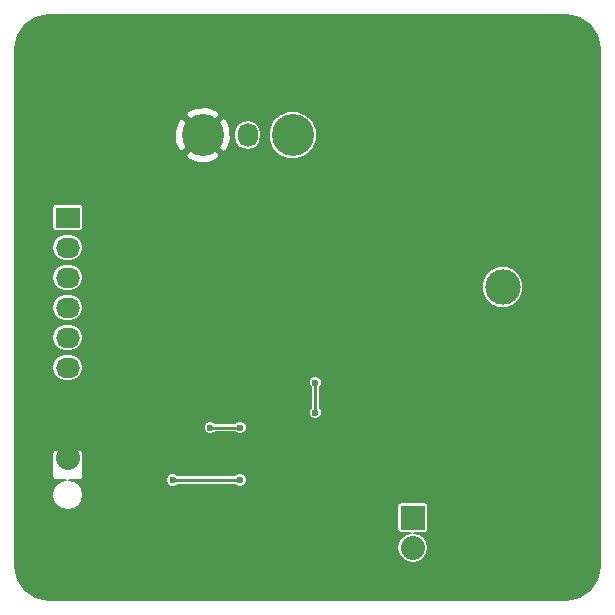
<source format=gbl>
G04 #@! TF.FileFunction,Copper,L2,Bot,Signal*
%FSLAX46Y46*%
G04 Gerber Fmt 4.6, Leading zero omitted, Abs format (unit mm)*
G04 Created by KiCad (PCBNEW 4.0.5+dfsg1-4) date Tue Apr 10 17:10:47 2018*
%MOMM*%
%LPD*%
G01*
G04 APERTURE LIST*
%ADD10C,0.100000*%
%ADD11R,2.032000X2.032000*%
%ADD12O,2.032000X2.032000*%
%ADD13R,2.032000X1.727200*%
%ADD14O,2.032000X1.727200*%
%ADD15C,3.556000*%
%ADD16C,3.000000*%
%ADD17O,1.727200X2.032000*%
%ADD18C,0.600000*%
%ADD19C,0.250000*%
%ADD20C,0.127000*%
G04 APERTURE END LIST*
D10*
D11*
X59690000Y-64770000D03*
D12*
X59690000Y-67310000D03*
D11*
X88900000Y-97790000D03*
D12*
X88900000Y-100330000D03*
D11*
X59690000Y-90170000D03*
D12*
X59690000Y-92710000D03*
D13*
X59690000Y-72390000D03*
D14*
X59690000Y-74930000D03*
X59690000Y-77470000D03*
X59690000Y-80010000D03*
X59690000Y-82550000D03*
X59690000Y-85090000D03*
D15*
X59000000Y-101000000D03*
X101000000Y-59000000D03*
X59000000Y-59000000D03*
X101000000Y-101000000D03*
D16*
X96520000Y-78280000D03*
D15*
X78740000Y-65405000D03*
D17*
X74930000Y-65405000D03*
D15*
X71120000Y-65405000D03*
D18*
X74295000Y-90170000D03*
X71755000Y-90170000D03*
X80645000Y-88900000D03*
X80645000Y-86360000D03*
X74295000Y-94615000D03*
X68580000Y-94615000D03*
D19*
X71755000Y-90170000D02*
X74295000Y-90170000D01*
X80645000Y-86360000D02*
X80645000Y-88900000D01*
X68580000Y-94615000D02*
X74295000Y-94615000D01*
D20*
G36*
X103044458Y-55478457D02*
X103929905Y-56070095D01*
X104521543Y-56955542D01*
X104734500Y-58026148D01*
X104734500Y-101973852D01*
X104521543Y-103044458D01*
X103929905Y-103929905D01*
X103044458Y-104521543D01*
X101973848Y-104734500D01*
X58026148Y-104734500D01*
X56955542Y-104521543D01*
X56070095Y-103929905D01*
X55478457Y-103044458D01*
X55265500Y-101973848D01*
X55265500Y-100330000D01*
X87595433Y-100330000D01*
X87692829Y-100819643D01*
X87970190Y-101234743D01*
X88385290Y-101512104D01*
X88874933Y-101609500D01*
X88925067Y-101609500D01*
X89414710Y-101512104D01*
X89829810Y-101234743D01*
X90107171Y-100819643D01*
X90204567Y-100330000D01*
X90107171Y-99840357D01*
X89829810Y-99425257D01*
X89414710Y-99147896D01*
X89046538Y-99074662D01*
X89916000Y-99074662D01*
X90013647Y-99056288D01*
X90103330Y-98998579D01*
X90163495Y-98910525D01*
X90184662Y-98806000D01*
X90184662Y-96774000D01*
X90166288Y-96676353D01*
X90108579Y-96586670D01*
X90020525Y-96526505D01*
X89916000Y-96505338D01*
X87884000Y-96505338D01*
X87786353Y-96523712D01*
X87696670Y-96581421D01*
X87636505Y-96669475D01*
X87615338Y-96774000D01*
X87615338Y-98806000D01*
X87633712Y-98903647D01*
X87691421Y-98993330D01*
X87779475Y-99053495D01*
X87884000Y-99074662D01*
X88753462Y-99074662D01*
X88385290Y-99147896D01*
X87970190Y-99425257D01*
X87692829Y-99840357D01*
X87595433Y-100330000D01*
X55265500Y-100330000D01*
X55265500Y-95885000D01*
X58385433Y-95885000D01*
X58482829Y-96374643D01*
X58760190Y-96789743D01*
X59175290Y-97067104D01*
X59664933Y-97164500D01*
X59715067Y-97164500D01*
X60204710Y-97067104D01*
X60619810Y-96789743D01*
X60897171Y-96374643D01*
X60994567Y-95885000D01*
X60897171Y-95395357D01*
X60619810Y-94980257D01*
X60240179Y-94726595D01*
X68016402Y-94726595D01*
X68102009Y-94933780D01*
X68260386Y-95092434D01*
X68467421Y-95178402D01*
X68691595Y-95178598D01*
X68898780Y-95092991D01*
X68988428Y-95003500D01*
X73886607Y-95003500D01*
X73975386Y-95092434D01*
X74182421Y-95178402D01*
X74406595Y-95178598D01*
X74613780Y-95092991D01*
X74772434Y-94934614D01*
X74858402Y-94727579D01*
X74858598Y-94503405D01*
X74772991Y-94296220D01*
X74614614Y-94137566D01*
X74407579Y-94051598D01*
X74183405Y-94051402D01*
X73976220Y-94137009D01*
X73886572Y-94226500D01*
X68988393Y-94226500D01*
X68899614Y-94137566D01*
X68692579Y-94051598D01*
X68468405Y-94051402D01*
X68261220Y-94137009D01*
X68102566Y-94295386D01*
X68016598Y-94502421D01*
X68016402Y-94726595D01*
X60240179Y-94726595D01*
X60204710Y-94702896D01*
X59836538Y-94629662D01*
X60706000Y-94629662D01*
X60803647Y-94611288D01*
X60893330Y-94553579D01*
X60953495Y-94465525D01*
X60974662Y-94361000D01*
X60974662Y-92329000D01*
X60956288Y-92231353D01*
X60898579Y-92141670D01*
X60810525Y-92081505D01*
X60706000Y-92060338D01*
X58674000Y-92060338D01*
X58576353Y-92078712D01*
X58486670Y-92136421D01*
X58426505Y-92224475D01*
X58405338Y-92329000D01*
X58405338Y-94361000D01*
X58423712Y-94458647D01*
X58481421Y-94548330D01*
X58569475Y-94608495D01*
X58674000Y-94629662D01*
X59543462Y-94629662D01*
X59175290Y-94702896D01*
X58760190Y-94980257D01*
X58482829Y-95395357D01*
X58385433Y-95885000D01*
X55265500Y-95885000D01*
X55265500Y-90281595D01*
X71191402Y-90281595D01*
X71277009Y-90488780D01*
X71435386Y-90647434D01*
X71642421Y-90733402D01*
X71866595Y-90733598D01*
X72073780Y-90647991D01*
X72163428Y-90558500D01*
X73886607Y-90558500D01*
X73975386Y-90647434D01*
X74182421Y-90733402D01*
X74406595Y-90733598D01*
X74613780Y-90647991D01*
X74772434Y-90489614D01*
X74858402Y-90282579D01*
X74858598Y-90058405D01*
X74772991Y-89851220D01*
X74614614Y-89692566D01*
X74407579Y-89606598D01*
X74183405Y-89606402D01*
X73976220Y-89692009D01*
X73886572Y-89781500D01*
X72163393Y-89781500D01*
X72074614Y-89692566D01*
X71867579Y-89606598D01*
X71643405Y-89606402D01*
X71436220Y-89692009D01*
X71277566Y-89850386D01*
X71191598Y-90057421D01*
X71191402Y-90281595D01*
X55265500Y-90281595D01*
X55265500Y-86471595D01*
X80081402Y-86471595D01*
X80167009Y-86678780D01*
X80256500Y-86768428D01*
X80256500Y-88491607D01*
X80167566Y-88580386D01*
X80081598Y-88787421D01*
X80081402Y-89011595D01*
X80167009Y-89218780D01*
X80325386Y-89377434D01*
X80532421Y-89463402D01*
X80756595Y-89463598D01*
X80963780Y-89377991D01*
X81122434Y-89219614D01*
X81208402Y-89012579D01*
X81208598Y-88788405D01*
X81122991Y-88581220D01*
X81033500Y-88491572D01*
X81033500Y-86768393D01*
X81122434Y-86679614D01*
X81208402Y-86472579D01*
X81208598Y-86248405D01*
X81122991Y-86041220D01*
X80964614Y-85882566D01*
X80757579Y-85796598D01*
X80533405Y-85796402D01*
X80326220Y-85882009D01*
X80167566Y-86040386D01*
X80081598Y-86247421D01*
X80081402Y-86471595D01*
X55265500Y-86471595D01*
X55265500Y-85090000D01*
X58385433Y-85090000D01*
X58471228Y-85521322D01*
X58715553Y-85886980D01*
X59081211Y-86131305D01*
X59512533Y-86217100D01*
X59867467Y-86217100D01*
X60298789Y-86131305D01*
X60664447Y-85886980D01*
X60908772Y-85521322D01*
X60994567Y-85090000D01*
X60908772Y-84658678D01*
X60664447Y-84293020D01*
X60298789Y-84048695D01*
X59867467Y-83962900D01*
X59512533Y-83962900D01*
X59081211Y-84048695D01*
X58715553Y-84293020D01*
X58471228Y-84658678D01*
X58385433Y-85090000D01*
X55265500Y-85090000D01*
X55265500Y-82550000D01*
X58385433Y-82550000D01*
X58471228Y-82981322D01*
X58715553Y-83346980D01*
X59081211Y-83591305D01*
X59512533Y-83677100D01*
X59867467Y-83677100D01*
X60298789Y-83591305D01*
X60664447Y-83346980D01*
X60908772Y-82981322D01*
X60994567Y-82550000D01*
X60908772Y-82118678D01*
X60664447Y-81753020D01*
X60298789Y-81508695D01*
X59867467Y-81422900D01*
X59512533Y-81422900D01*
X59081211Y-81508695D01*
X58715553Y-81753020D01*
X58471228Y-82118678D01*
X58385433Y-82550000D01*
X55265500Y-82550000D01*
X55265500Y-80010000D01*
X58385433Y-80010000D01*
X58471228Y-80441322D01*
X58715553Y-80806980D01*
X59081211Y-81051305D01*
X59512533Y-81137100D01*
X59867467Y-81137100D01*
X60298789Y-81051305D01*
X60664447Y-80806980D01*
X60908772Y-80441322D01*
X60994567Y-80010000D01*
X60908772Y-79578678D01*
X60664447Y-79213020D01*
X60298789Y-78968695D01*
X59867467Y-78882900D01*
X59512533Y-78882900D01*
X59081211Y-78968695D01*
X58715553Y-79213020D01*
X58471228Y-79578678D01*
X58385433Y-80010000D01*
X55265500Y-80010000D01*
X55265500Y-78629243D01*
X94756195Y-78629243D01*
X95024106Y-79277637D01*
X95519753Y-79774151D01*
X96167679Y-80043193D01*
X96869243Y-80043805D01*
X97517637Y-79775894D01*
X98014151Y-79280247D01*
X98283193Y-78632321D01*
X98283805Y-77930757D01*
X98015894Y-77282363D01*
X97520247Y-76785849D01*
X96872321Y-76516807D01*
X96170757Y-76516195D01*
X95522363Y-76784106D01*
X95025849Y-77279753D01*
X94756807Y-77927679D01*
X94756195Y-78629243D01*
X55265500Y-78629243D01*
X55265500Y-77470000D01*
X58385433Y-77470000D01*
X58471228Y-77901322D01*
X58715553Y-78266980D01*
X59081211Y-78511305D01*
X59512533Y-78597100D01*
X59867467Y-78597100D01*
X60298789Y-78511305D01*
X60664447Y-78266980D01*
X60908772Y-77901322D01*
X60994567Y-77470000D01*
X60908772Y-77038678D01*
X60664447Y-76673020D01*
X60298789Y-76428695D01*
X59867467Y-76342900D01*
X59512533Y-76342900D01*
X59081211Y-76428695D01*
X58715553Y-76673020D01*
X58471228Y-77038678D01*
X58385433Y-77470000D01*
X55265500Y-77470000D01*
X55265500Y-74930000D01*
X58385433Y-74930000D01*
X58471228Y-75361322D01*
X58715553Y-75726980D01*
X59081211Y-75971305D01*
X59512533Y-76057100D01*
X59867467Y-76057100D01*
X60298789Y-75971305D01*
X60664447Y-75726980D01*
X60908772Y-75361322D01*
X60994567Y-74930000D01*
X60908772Y-74498678D01*
X60664447Y-74133020D01*
X60298789Y-73888695D01*
X59867467Y-73802900D01*
X59512533Y-73802900D01*
X59081211Y-73888695D01*
X58715553Y-74133020D01*
X58471228Y-74498678D01*
X58385433Y-74930000D01*
X55265500Y-74930000D01*
X55265500Y-71526400D01*
X58405338Y-71526400D01*
X58405338Y-73253600D01*
X58423712Y-73351247D01*
X58481421Y-73440930D01*
X58569475Y-73501095D01*
X58674000Y-73522262D01*
X60706000Y-73522262D01*
X60803647Y-73503888D01*
X60893330Y-73446179D01*
X60953495Y-73358125D01*
X60974662Y-73253600D01*
X60974662Y-71526400D01*
X60956288Y-71428753D01*
X60898579Y-71339070D01*
X60810525Y-71278905D01*
X60706000Y-71257738D01*
X58674000Y-71257738D01*
X58576353Y-71276112D01*
X58486670Y-71333821D01*
X58426505Y-71421875D01*
X58405338Y-71526400D01*
X55265500Y-71526400D01*
X55265500Y-67126865D01*
X69667543Y-67126865D01*
X69870520Y-67448859D01*
X70747782Y-67771435D01*
X71681711Y-67733742D01*
X72369480Y-67448859D01*
X72572457Y-67126865D01*
X71120000Y-65674408D01*
X69667543Y-67126865D01*
X55265500Y-67126865D01*
X55265500Y-65032782D01*
X68753565Y-65032782D01*
X68791258Y-65966711D01*
X69076141Y-66654480D01*
X69398135Y-66857457D01*
X70850592Y-65405000D01*
X71389408Y-65405000D01*
X72841865Y-66857457D01*
X73163859Y-66654480D01*
X73486435Y-65777218D01*
X73464250Y-65227533D01*
X73802900Y-65227533D01*
X73802900Y-65582467D01*
X73888695Y-66013789D01*
X74133020Y-66379447D01*
X74498678Y-66623772D01*
X74930000Y-66709567D01*
X75361322Y-66623772D01*
X75726980Y-66379447D01*
X75971305Y-66013789D01*
X76011980Y-65809298D01*
X76698147Y-65809298D01*
X77008292Y-66559906D01*
X77582073Y-67134690D01*
X78332139Y-67446145D01*
X79144298Y-67446853D01*
X79894906Y-67136708D01*
X80469690Y-66562927D01*
X80781145Y-65812861D01*
X80781853Y-65000702D01*
X80471708Y-64250094D01*
X79897927Y-63675310D01*
X79147861Y-63363855D01*
X78335702Y-63363147D01*
X77585094Y-63673292D01*
X77010310Y-64247073D01*
X76698855Y-64997139D01*
X76698147Y-65809298D01*
X76011980Y-65809298D01*
X76057100Y-65582467D01*
X76057100Y-65227533D01*
X75971305Y-64796211D01*
X75726980Y-64430553D01*
X75361322Y-64186228D01*
X74930000Y-64100433D01*
X74498678Y-64186228D01*
X74133020Y-64430553D01*
X73888695Y-64796211D01*
X73802900Y-65227533D01*
X73464250Y-65227533D01*
X73448742Y-64843289D01*
X73163859Y-64155520D01*
X72841865Y-63952543D01*
X71389408Y-65405000D01*
X70850592Y-65405000D01*
X69398135Y-63952543D01*
X69076141Y-64155520D01*
X68753565Y-65032782D01*
X55265500Y-65032782D01*
X55265500Y-63683135D01*
X69667543Y-63683135D01*
X71120000Y-65135592D01*
X72572457Y-63683135D01*
X72369480Y-63361141D01*
X71492218Y-63038565D01*
X70558289Y-63076258D01*
X69870520Y-63361141D01*
X69667543Y-63683135D01*
X55265500Y-63683135D01*
X55265500Y-58026152D01*
X55478457Y-56955542D01*
X56070095Y-56070095D01*
X56955542Y-55478457D01*
X58026148Y-55265500D01*
X101973848Y-55265500D01*
X103044458Y-55478457D01*
X103044458Y-55478457D01*
G37*
X103044458Y-55478457D02*
X103929905Y-56070095D01*
X104521543Y-56955542D01*
X104734500Y-58026148D01*
X104734500Y-101973852D01*
X104521543Y-103044458D01*
X103929905Y-103929905D01*
X103044458Y-104521543D01*
X101973848Y-104734500D01*
X58026148Y-104734500D01*
X56955542Y-104521543D01*
X56070095Y-103929905D01*
X55478457Y-103044458D01*
X55265500Y-101973848D01*
X55265500Y-100330000D01*
X87595433Y-100330000D01*
X87692829Y-100819643D01*
X87970190Y-101234743D01*
X88385290Y-101512104D01*
X88874933Y-101609500D01*
X88925067Y-101609500D01*
X89414710Y-101512104D01*
X89829810Y-101234743D01*
X90107171Y-100819643D01*
X90204567Y-100330000D01*
X90107171Y-99840357D01*
X89829810Y-99425257D01*
X89414710Y-99147896D01*
X89046538Y-99074662D01*
X89916000Y-99074662D01*
X90013647Y-99056288D01*
X90103330Y-98998579D01*
X90163495Y-98910525D01*
X90184662Y-98806000D01*
X90184662Y-96774000D01*
X90166288Y-96676353D01*
X90108579Y-96586670D01*
X90020525Y-96526505D01*
X89916000Y-96505338D01*
X87884000Y-96505338D01*
X87786353Y-96523712D01*
X87696670Y-96581421D01*
X87636505Y-96669475D01*
X87615338Y-96774000D01*
X87615338Y-98806000D01*
X87633712Y-98903647D01*
X87691421Y-98993330D01*
X87779475Y-99053495D01*
X87884000Y-99074662D01*
X88753462Y-99074662D01*
X88385290Y-99147896D01*
X87970190Y-99425257D01*
X87692829Y-99840357D01*
X87595433Y-100330000D01*
X55265500Y-100330000D01*
X55265500Y-95885000D01*
X58385433Y-95885000D01*
X58482829Y-96374643D01*
X58760190Y-96789743D01*
X59175290Y-97067104D01*
X59664933Y-97164500D01*
X59715067Y-97164500D01*
X60204710Y-97067104D01*
X60619810Y-96789743D01*
X60897171Y-96374643D01*
X60994567Y-95885000D01*
X60897171Y-95395357D01*
X60619810Y-94980257D01*
X60240179Y-94726595D01*
X68016402Y-94726595D01*
X68102009Y-94933780D01*
X68260386Y-95092434D01*
X68467421Y-95178402D01*
X68691595Y-95178598D01*
X68898780Y-95092991D01*
X68988428Y-95003500D01*
X73886607Y-95003500D01*
X73975386Y-95092434D01*
X74182421Y-95178402D01*
X74406595Y-95178598D01*
X74613780Y-95092991D01*
X74772434Y-94934614D01*
X74858402Y-94727579D01*
X74858598Y-94503405D01*
X74772991Y-94296220D01*
X74614614Y-94137566D01*
X74407579Y-94051598D01*
X74183405Y-94051402D01*
X73976220Y-94137009D01*
X73886572Y-94226500D01*
X68988393Y-94226500D01*
X68899614Y-94137566D01*
X68692579Y-94051598D01*
X68468405Y-94051402D01*
X68261220Y-94137009D01*
X68102566Y-94295386D01*
X68016598Y-94502421D01*
X68016402Y-94726595D01*
X60240179Y-94726595D01*
X60204710Y-94702896D01*
X59836538Y-94629662D01*
X60706000Y-94629662D01*
X60803647Y-94611288D01*
X60893330Y-94553579D01*
X60953495Y-94465525D01*
X60974662Y-94361000D01*
X60974662Y-92329000D01*
X60956288Y-92231353D01*
X60898579Y-92141670D01*
X60810525Y-92081505D01*
X60706000Y-92060338D01*
X58674000Y-92060338D01*
X58576353Y-92078712D01*
X58486670Y-92136421D01*
X58426505Y-92224475D01*
X58405338Y-92329000D01*
X58405338Y-94361000D01*
X58423712Y-94458647D01*
X58481421Y-94548330D01*
X58569475Y-94608495D01*
X58674000Y-94629662D01*
X59543462Y-94629662D01*
X59175290Y-94702896D01*
X58760190Y-94980257D01*
X58482829Y-95395357D01*
X58385433Y-95885000D01*
X55265500Y-95885000D01*
X55265500Y-90281595D01*
X71191402Y-90281595D01*
X71277009Y-90488780D01*
X71435386Y-90647434D01*
X71642421Y-90733402D01*
X71866595Y-90733598D01*
X72073780Y-90647991D01*
X72163428Y-90558500D01*
X73886607Y-90558500D01*
X73975386Y-90647434D01*
X74182421Y-90733402D01*
X74406595Y-90733598D01*
X74613780Y-90647991D01*
X74772434Y-90489614D01*
X74858402Y-90282579D01*
X74858598Y-90058405D01*
X74772991Y-89851220D01*
X74614614Y-89692566D01*
X74407579Y-89606598D01*
X74183405Y-89606402D01*
X73976220Y-89692009D01*
X73886572Y-89781500D01*
X72163393Y-89781500D01*
X72074614Y-89692566D01*
X71867579Y-89606598D01*
X71643405Y-89606402D01*
X71436220Y-89692009D01*
X71277566Y-89850386D01*
X71191598Y-90057421D01*
X71191402Y-90281595D01*
X55265500Y-90281595D01*
X55265500Y-86471595D01*
X80081402Y-86471595D01*
X80167009Y-86678780D01*
X80256500Y-86768428D01*
X80256500Y-88491607D01*
X80167566Y-88580386D01*
X80081598Y-88787421D01*
X80081402Y-89011595D01*
X80167009Y-89218780D01*
X80325386Y-89377434D01*
X80532421Y-89463402D01*
X80756595Y-89463598D01*
X80963780Y-89377991D01*
X81122434Y-89219614D01*
X81208402Y-89012579D01*
X81208598Y-88788405D01*
X81122991Y-88581220D01*
X81033500Y-88491572D01*
X81033500Y-86768393D01*
X81122434Y-86679614D01*
X81208402Y-86472579D01*
X81208598Y-86248405D01*
X81122991Y-86041220D01*
X80964614Y-85882566D01*
X80757579Y-85796598D01*
X80533405Y-85796402D01*
X80326220Y-85882009D01*
X80167566Y-86040386D01*
X80081598Y-86247421D01*
X80081402Y-86471595D01*
X55265500Y-86471595D01*
X55265500Y-85090000D01*
X58385433Y-85090000D01*
X58471228Y-85521322D01*
X58715553Y-85886980D01*
X59081211Y-86131305D01*
X59512533Y-86217100D01*
X59867467Y-86217100D01*
X60298789Y-86131305D01*
X60664447Y-85886980D01*
X60908772Y-85521322D01*
X60994567Y-85090000D01*
X60908772Y-84658678D01*
X60664447Y-84293020D01*
X60298789Y-84048695D01*
X59867467Y-83962900D01*
X59512533Y-83962900D01*
X59081211Y-84048695D01*
X58715553Y-84293020D01*
X58471228Y-84658678D01*
X58385433Y-85090000D01*
X55265500Y-85090000D01*
X55265500Y-82550000D01*
X58385433Y-82550000D01*
X58471228Y-82981322D01*
X58715553Y-83346980D01*
X59081211Y-83591305D01*
X59512533Y-83677100D01*
X59867467Y-83677100D01*
X60298789Y-83591305D01*
X60664447Y-83346980D01*
X60908772Y-82981322D01*
X60994567Y-82550000D01*
X60908772Y-82118678D01*
X60664447Y-81753020D01*
X60298789Y-81508695D01*
X59867467Y-81422900D01*
X59512533Y-81422900D01*
X59081211Y-81508695D01*
X58715553Y-81753020D01*
X58471228Y-82118678D01*
X58385433Y-82550000D01*
X55265500Y-82550000D01*
X55265500Y-80010000D01*
X58385433Y-80010000D01*
X58471228Y-80441322D01*
X58715553Y-80806980D01*
X59081211Y-81051305D01*
X59512533Y-81137100D01*
X59867467Y-81137100D01*
X60298789Y-81051305D01*
X60664447Y-80806980D01*
X60908772Y-80441322D01*
X60994567Y-80010000D01*
X60908772Y-79578678D01*
X60664447Y-79213020D01*
X60298789Y-78968695D01*
X59867467Y-78882900D01*
X59512533Y-78882900D01*
X59081211Y-78968695D01*
X58715553Y-79213020D01*
X58471228Y-79578678D01*
X58385433Y-80010000D01*
X55265500Y-80010000D01*
X55265500Y-78629243D01*
X94756195Y-78629243D01*
X95024106Y-79277637D01*
X95519753Y-79774151D01*
X96167679Y-80043193D01*
X96869243Y-80043805D01*
X97517637Y-79775894D01*
X98014151Y-79280247D01*
X98283193Y-78632321D01*
X98283805Y-77930757D01*
X98015894Y-77282363D01*
X97520247Y-76785849D01*
X96872321Y-76516807D01*
X96170757Y-76516195D01*
X95522363Y-76784106D01*
X95025849Y-77279753D01*
X94756807Y-77927679D01*
X94756195Y-78629243D01*
X55265500Y-78629243D01*
X55265500Y-77470000D01*
X58385433Y-77470000D01*
X58471228Y-77901322D01*
X58715553Y-78266980D01*
X59081211Y-78511305D01*
X59512533Y-78597100D01*
X59867467Y-78597100D01*
X60298789Y-78511305D01*
X60664447Y-78266980D01*
X60908772Y-77901322D01*
X60994567Y-77470000D01*
X60908772Y-77038678D01*
X60664447Y-76673020D01*
X60298789Y-76428695D01*
X59867467Y-76342900D01*
X59512533Y-76342900D01*
X59081211Y-76428695D01*
X58715553Y-76673020D01*
X58471228Y-77038678D01*
X58385433Y-77470000D01*
X55265500Y-77470000D01*
X55265500Y-74930000D01*
X58385433Y-74930000D01*
X58471228Y-75361322D01*
X58715553Y-75726980D01*
X59081211Y-75971305D01*
X59512533Y-76057100D01*
X59867467Y-76057100D01*
X60298789Y-75971305D01*
X60664447Y-75726980D01*
X60908772Y-75361322D01*
X60994567Y-74930000D01*
X60908772Y-74498678D01*
X60664447Y-74133020D01*
X60298789Y-73888695D01*
X59867467Y-73802900D01*
X59512533Y-73802900D01*
X59081211Y-73888695D01*
X58715553Y-74133020D01*
X58471228Y-74498678D01*
X58385433Y-74930000D01*
X55265500Y-74930000D01*
X55265500Y-71526400D01*
X58405338Y-71526400D01*
X58405338Y-73253600D01*
X58423712Y-73351247D01*
X58481421Y-73440930D01*
X58569475Y-73501095D01*
X58674000Y-73522262D01*
X60706000Y-73522262D01*
X60803647Y-73503888D01*
X60893330Y-73446179D01*
X60953495Y-73358125D01*
X60974662Y-73253600D01*
X60974662Y-71526400D01*
X60956288Y-71428753D01*
X60898579Y-71339070D01*
X60810525Y-71278905D01*
X60706000Y-71257738D01*
X58674000Y-71257738D01*
X58576353Y-71276112D01*
X58486670Y-71333821D01*
X58426505Y-71421875D01*
X58405338Y-71526400D01*
X55265500Y-71526400D01*
X55265500Y-67126865D01*
X69667543Y-67126865D01*
X69870520Y-67448859D01*
X70747782Y-67771435D01*
X71681711Y-67733742D01*
X72369480Y-67448859D01*
X72572457Y-67126865D01*
X71120000Y-65674408D01*
X69667543Y-67126865D01*
X55265500Y-67126865D01*
X55265500Y-65032782D01*
X68753565Y-65032782D01*
X68791258Y-65966711D01*
X69076141Y-66654480D01*
X69398135Y-66857457D01*
X70850592Y-65405000D01*
X71389408Y-65405000D01*
X72841865Y-66857457D01*
X73163859Y-66654480D01*
X73486435Y-65777218D01*
X73464250Y-65227533D01*
X73802900Y-65227533D01*
X73802900Y-65582467D01*
X73888695Y-66013789D01*
X74133020Y-66379447D01*
X74498678Y-66623772D01*
X74930000Y-66709567D01*
X75361322Y-66623772D01*
X75726980Y-66379447D01*
X75971305Y-66013789D01*
X76011980Y-65809298D01*
X76698147Y-65809298D01*
X77008292Y-66559906D01*
X77582073Y-67134690D01*
X78332139Y-67446145D01*
X79144298Y-67446853D01*
X79894906Y-67136708D01*
X80469690Y-66562927D01*
X80781145Y-65812861D01*
X80781853Y-65000702D01*
X80471708Y-64250094D01*
X79897927Y-63675310D01*
X79147861Y-63363855D01*
X78335702Y-63363147D01*
X77585094Y-63673292D01*
X77010310Y-64247073D01*
X76698855Y-64997139D01*
X76698147Y-65809298D01*
X76011980Y-65809298D01*
X76057100Y-65582467D01*
X76057100Y-65227533D01*
X75971305Y-64796211D01*
X75726980Y-64430553D01*
X75361322Y-64186228D01*
X74930000Y-64100433D01*
X74498678Y-64186228D01*
X74133020Y-64430553D01*
X73888695Y-64796211D01*
X73802900Y-65227533D01*
X73464250Y-65227533D01*
X73448742Y-64843289D01*
X73163859Y-64155520D01*
X72841865Y-63952543D01*
X71389408Y-65405000D01*
X70850592Y-65405000D01*
X69398135Y-63952543D01*
X69076141Y-64155520D01*
X68753565Y-65032782D01*
X55265500Y-65032782D01*
X55265500Y-63683135D01*
X69667543Y-63683135D01*
X71120000Y-65135592D01*
X72572457Y-63683135D01*
X72369480Y-63361141D01*
X71492218Y-63038565D01*
X70558289Y-63076258D01*
X69870520Y-63361141D01*
X69667543Y-63683135D01*
X55265500Y-63683135D01*
X55265500Y-58026152D01*
X55478457Y-56955542D01*
X56070095Y-56070095D01*
X56955542Y-55478457D01*
X58026148Y-55265500D01*
X101973848Y-55265500D01*
X103044458Y-55478457D01*
M02*

</source>
